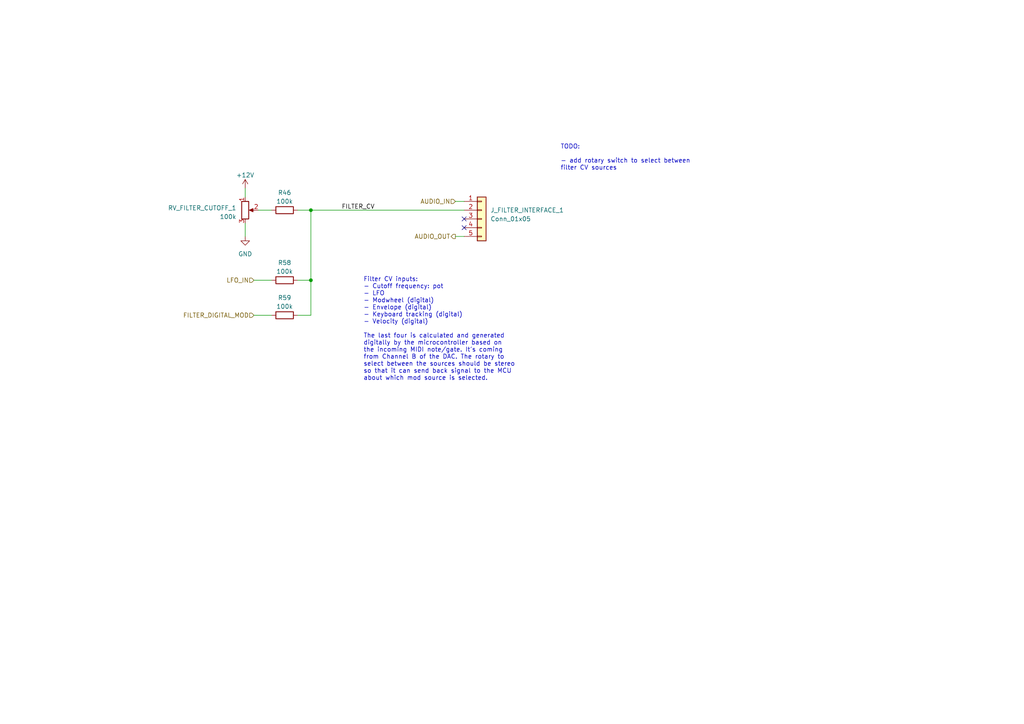
<source format=kicad_sch>
(kicad_sch (version 20230121) (generator eeschema)
  (paper "A4")
  (lib_symbols
    (symbol "Connector_Generic:Conn_01x05" (pin_names (offset 1.016) hide)
      (property "Reference" "J" (at 0 7.62 0))
      (property "Value" "Conn_01x05" (at 0 -7.62 0))
      (symbol "Conn_01x05_1_1"
        (rectangle (start -1.27 -4.953) (end 0 -5.207) (stroke (width 0.1524)))
        (rectangle (start -1.27 -2.413) (end 0 -2.667) (stroke (width 0.1524)))
        (rectangle (start -1.27 0.127) (end 0 -0.127) (stroke (width 0.1524)))
        (rectangle (start -1.27 2.667) (end 0 2.413) (stroke (width 0.1524)))
        (rectangle (start -1.27 5.207) (end 0 4.953) (stroke (width 0.1524)))
        (rectangle (start -1.27 6.35) (end 1.27 -6.35) (stroke (width 0.254)) (fill (type background)))
        (pin passive line (at -5.08 5.08 0) (length 3.81) (name "Pin_1") (number "1"))
        (pin passive line (at -5.08 2.54 0) (length 3.81) (name "Pin_2") (number "2"))
        (pin passive line (at -5.08 0 0) (length 3.81) (name "Pin_3") (number "3"))
        (pin passive line (at -5.08 -2.54 0) (length 3.81) (name "Pin_4") (number "4"))
        (pin passive line (at -5.08 -5.08 0) (length 3.81) (name "Pin_5") (number "5"))
      )
    )
    (symbol "Device:R" (pin_numbers hide) (pin_names (offset 0))
      (property "Reference" "R" (at 2.032 0 90))
      (property "Value" "R" (at 0 0 90))
      (symbol "R_0_1"
        (rectangle (start -1.016 -2.54) (end 1.016 2.54) (stroke (width 0.254)))
      )
      (symbol "R_1_1"
        (pin passive line (at 0 3.81 270) (length 1.27) (name "~") (number "1"))
        (pin passive line (at 0 -3.81 90) (length 1.27) (name "~") (number "2"))
      )
    )
    (symbol "Device:R_Potentiometer" (pin_names (offset 1.016) hide)
      (property "Reference" "RV" (at -4.445 0 90))
      (property "Value" "R_Potentiometer" (at -2.54 0 90))
      (symbol "R_Potentiometer_0_1"
        (polyline (pts (xy 2.54 0) (xy 1.524 0)))
        (polyline (pts (xy 1.143 0) (xy 2.286 0.508) (xy 2.286 -0.508) (xy 1.143 0)) (fill (type outline)))
        (rectangle (start 1.016 2.54) (end -1.016 -2.54) (stroke (width 0.254)))
      )
      (symbol "R_Potentiometer_1_1"
        (pin passive line (at 0 3.81 270) (length 1.27) (name "1") (number "1"))
        (pin passive line (at 3.81 0 180) (length 1.27) (name "2") (number "2"))
        (pin passive line (at 0 -3.81 90) (length 1.27) (name "3") (number "3"))
      )
    )
    (symbol "power:+12V" (power) (pin_names (offset 0))
      (property "Value" "+12V" (at 0 3.556 0))
      (symbol "+12V_0_1"
        (polyline (pts (xy -0.762 1.27) (xy 0 2.54)))
        (polyline (pts (xy 0 0) (xy 0 2.54)))
        (polyline (pts (xy 0 2.54) (xy 0.762 1.27)))
      )
      (symbol "+12V_1_1"
        (pin power_in line (at 0 0 90) (length 0) hide (name "+12V") (number "1"))
      )
    )
    (symbol "power:GND" (power) (pin_names (offset 0))
      (property "Value" "GND" (at 0 -3.81 0))
      (symbol "GND_0_1"
        (polyline (pts (xy 0 0) (xy 0 -1.27) (xy 1.27 -1.27) (xy 0 -2.54) (xy -1.27 -1.27) (xy 0 -1.27)))
      )
      (symbol "GND_1_1"
        (pin power_in line (at 0 0 270) (length 0) hide (name "GND") (number "1"))
      )
    )
  )
  (junction (at 90.17 60.96))
  (junction (at 90.17 81.28))
  (no_connect (at 134.62 66.04))
  (no_connect (at 134.62 63.5))
  (wire (pts (xy 90.17 60.96) (xy 134.62 60.96)))
  (wire (pts (xy 73.66 81.28) (xy 78.74 81.28)))
  (wire (pts (xy 86.36 91.44) (xy 90.17 91.44)))
  (wire (pts (xy 90.17 81.28) (xy 90.17 91.44)))
  (wire (pts (xy 134.62 58.42) (xy 132.08 58.42)))
  (wire (pts (xy 90.17 60.96) (xy 90.17 81.28)))
  (wire (pts (xy 86.36 60.96) (xy 90.17 60.96)))
  (wire (pts (xy 74.93 60.96) (xy 78.74 60.96)))
  (wire (pts (xy 71.12 54.61) (xy 71.12 57.15)))
  (wire (pts (xy 71.12 64.77) (xy 71.12 68.58)))
  (wire (pts (xy 86.36 81.28) (xy 90.17 81.28)))
  (wire (pts (xy 73.66 91.44) (xy 78.74 91.44)))
  (wire (pts (xy 132.08 68.58) (xy 134.62 68.58)))
  (text "Filter CV inputs:\n- Cutoff frequency: pot\n- LFO\n- Modwheel (digital)\n- Envelope (digital)\n- Keyboard tracking (digital)\n- Velocity (digital)\n\nThe last four is calculated and generated \ndigitally by the microcontroller based on\nthe incoming MIDI note/gate. It's coming \nfrom Channel B of the DAC. The rotary to\nselect between the sources should be stereo\nso that it can send back signal to the MCU\nabout which mod source is selected." (at 105.41 110.49 0) (effects (font (size 1.27 1.27)) (justify left bottom)))
  (text "TODO:\n\n- add rotary switch to select between \nfilter CV sources" (at 162.56 49.53 0) (effects (font (size 1.27 1.27)) (justify left bottom)))
  (label "FILTER_CV" (at 99.06 60.96 0))
  (hierarchical_label "AUDIO_OUT" (shape output) (at 132.08 68.58 180))
  (hierarchical_label "LFO_IN" (shape input) (at 73.66 81.28 180))
  (hierarchical_label "FILTER_DIGITAL_MOD" (shape input) (at 73.66 91.44 180))
  (hierarchical_label "AUDIO_IN" (shape input) (at 132.08 58.42 180))
  (symbol (lib_id "Device:R") (at 82.55 60.96 90) (unit 1)
    (property "Reference" "R46" (at 82.55 55.88 90))
    (property "Value" "100k" (at 82.55 58.42 90))
  )
  (symbol (lib_id "Device:R_Potentiometer") (at 71.12 60.96 0) (unit 1)
    (property "Reference" "RV_FILTER_CUTOFF_1" (at 68.58 60.325 0) (effects (justify right)))
    (property "Value" "100k" (at 68.58 62.865 0) (effects (justify right)))
    (property "Footprint" "Shmoergh_Custom_Footprints:NSL25_01x03_Vertical" (effects hide))
  )
  (symbol (lib_id "power:GND") (at 71.12 68.58 0) (unit 1)
    (property "Reference" "#PWR062" (effects hide))
    (property "Value" "GND" (at 71.12 73.66 0))
  )
  (symbol (lib_id "power:+12V") (at 71.12 54.61 0) (unit 1)
    (property "Reference" "#PWR061" (effects hide))
    (property "Value" "+12V" (at 71.12 50.8 0))
  )
  (symbol (lib_id "Device:R") (at 82.55 81.28 90) (unit 1)
    (property "Reference" "R58" (at 82.55 76.2 90))
    (property "Value" "100k" (at 82.55 78.74 90))
  )
  (symbol (lib_id "Connector_Generic:Conn_01x05") (at 139.7 63.5 0) (unit 1)
    (property "Reference" "J_FILTER_INTERFACE_1" (at 142.24 60.96 0) (effects (justify left)))
    (property "Value" "Conn_01x05" (at 142.24 63.5 0) (effects (justify left)))
  )
  (symbol (lib_id "Device:R") (at 82.55 91.44 90) (unit 1)
    (property "Reference" "R59" (at 82.55 86.36 90))
    (property "Value" "100k" (at 82.55 88.9 90))
  )
)
</source>
